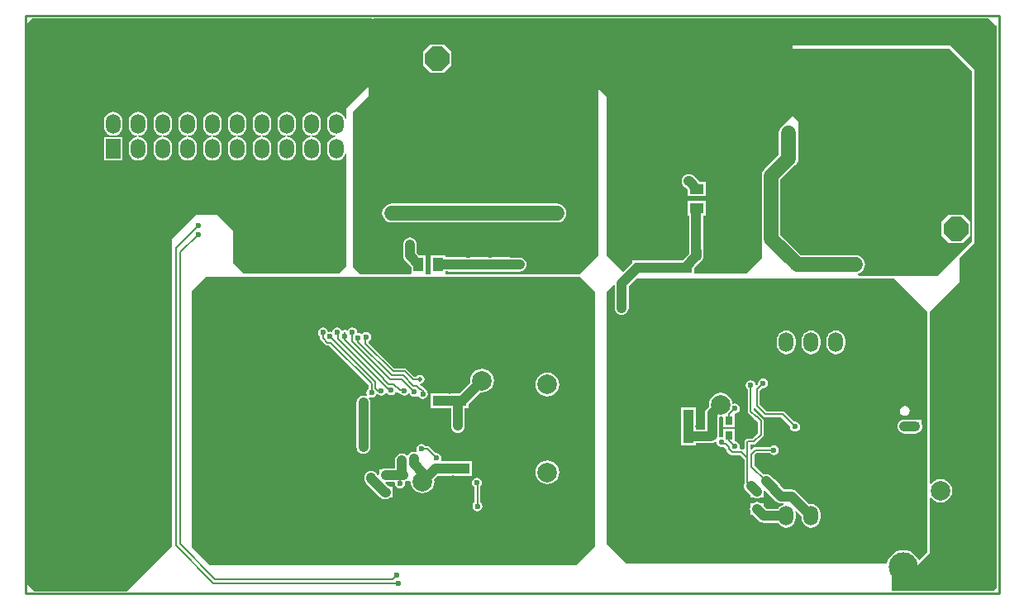
<source format=gbl>
%FSLAX25Y25*%
%MOIN*%
G70*
G01*
G75*
G04 Layer_Physical_Order=2*
G04 Layer_Color=16711680*
%ADD10R,0.10000X0.06496*%
%ADD11R,0.06299X0.11811*%
G04:AMPARAMS|DCode=12|XSize=118.11mil|YSize=62.99mil|CornerRadius=15.75mil|HoleSize=0mil|Usage=FLASHONLY|Rotation=270.000|XOffset=0mil|YOffset=0mil|HoleType=Round|Shape=RoundedRectangle|*
%AMROUNDEDRECTD12*
21,1,0.11811,0.03150,0,0,270.0*
21,1,0.08661,0.06299,0,0,270.0*
1,1,0.03150,-0.01575,-0.04331*
1,1,0.03150,-0.01575,0.04331*
1,1,0.03150,0.01575,0.04331*
1,1,0.03150,0.01575,-0.04331*
%
%ADD12ROUNDEDRECTD12*%
%ADD13R,0.11811X0.06299*%
G04:AMPARAMS|DCode=14|XSize=118.11mil|YSize=62.99mil|CornerRadius=15.75mil|HoleSize=0mil|Usage=FLASHONLY|Rotation=0.000|XOffset=0mil|YOffset=0mil|HoleType=Round|Shape=RoundedRectangle|*
%AMROUNDEDRECTD14*
21,1,0.11811,0.03150,0,0,0.0*
21,1,0.08661,0.06299,0,0,0.0*
1,1,0.03150,0.04331,-0.01575*
1,1,0.03150,-0.04331,-0.01575*
1,1,0.03150,-0.04331,0.01575*
1,1,0.03150,0.04331,0.01575*
%
%ADD14ROUNDEDRECTD14*%
%ADD15R,0.05709X0.04331*%
%ADD16R,0.04331X0.05709*%
%ADD17R,0.23622X0.31496*%
%ADD18R,0.14173X0.04331*%
%ADD19R,0.31496X0.23622*%
%ADD20R,0.04331X0.14173*%
%ADD21R,0.02953X0.03740*%
%ADD22R,0.03740X0.02953*%
%ADD23R,0.12598X0.12598*%
%ADD24O,0.00984X0.03740*%
%ADD25O,0.03740X0.00984*%
%ADD26R,0.05906X0.05906*%
%ADD27O,0.03543X0.00984*%
%ADD28O,0.00984X0.03543*%
%ADD29R,0.20000X0.10500*%
%ADD30R,0.20000X0.07000*%
%ADD31C,0.00787*%
%ADD32C,0.03937*%
%ADD33C,0.05906*%
%ADD34C,0.01000*%
%ADD35O,0.05906X0.07874*%
%ADD36R,0.05906X0.07874*%
%ADD37O,0.05906X0.07874*%
%ADD38C,0.07874*%
%ADD39P,0.10653X8X292.5*%
%ADD40P,0.10653X8X202.5*%
%ADD41C,0.02362*%
%ADD42C,0.11811*%
%ADD43C,0.02500*%
%ADD44C,0.02598*%
%ADD45C,0.02000*%
%ADD46C,0.02300*%
G36*
X1175500Y485900D02*
Y389200D01*
X1172266Y385966D01*
X1171772Y386039D01*
X1171342Y386843D01*
X1170504Y387864D01*
X1169483Y388702D01*
X1168318Y389325D01*
X1167054Y389708D01*
X1165739Y389838D01*
X1164425Y389708D01*
X1163161Y389325D01*
X1161996Y388702D01*
X1160975Y387864D01*
X1160137Y386843D01*
X1159514Y385679D01*
X1159131Y384415D01*
X1159129Y384400D01*
X1053900D01*
X1045900Y392400D01*
Y493900D01*
X1048846Y496846D01*
X1049308Y496654D01*
Y487600D01*
X1049403Y486877D01*
X1049682Y486204D01*
X1050126Y485626D01*
X1050704Y485182D01*
X1051377Y484903D01*
X1052100Y484808D01*
X1052823Y484903D01*
X1053496Y485182D01*
X1054074Y485626D01*
X1054518Y486204D01*
X1054797Y486877D01*
X1054892Y487600D01*
Y496443D01*
X1057949Y499500D01*
X1161900D01*
X1175500Y485900D01*
D02*
G37*
G36*
X1041500Y494000D02*
Y391500D01*
X1033900Y383900D01*
X885800D01*
X878700Y391000D01*
Y494300D01*
X884400Y500000D01*
X1035500D01*
X1041500Y494000D01*
D02*
G37*
G36*
X1203100Y601500D02*
X1203200Y601400D01*
Y597600D01*
Y374900D01*
X1201900Y373600D01*
X1201700Y373400D01*
X1161400D01*
X1161200Y373600D01*
X1161000Y373800D01*
Y383300D01*
X1171100D01*
X1175845Y388045D01*
X1176400Y388600D01*
Y410853D01*
X1176873Y411014D01*
X1177322Y410430D01*
X1178311Y409671D01*
X1179463Y409194D01*
X1180700Y409031D01*
X1181937Y409194D01*
X1183089Y409671D01*
X1184079Y410430D01*
X1184838Y411420D01*
X1185315Y412572D01*
X1185478Y413809D01*
X1185315Y415045D01*
X1184838Y416198D01*
X1184079Y417187D01*
X1183089Y417946D01*
X1181937Y418424D01*
X1180700Y418586D01*
X1179463Y418424D01*
X1178311Y417946D01*
X1177322Y417187D01*
X1176873Y416603D01*
X1176400Y416764D01*
Y454900D01*
Y485900D01*
X1188500Y498000D01*
Y507700D01*
X1193900Y513100D01*
X1194500Y513700D01*
Y529300D01*
Y583900D01*
X1184800Y593600D01*
X1121100D01*
Y592000D01*
X1184500D01*
X1193300Y583200D01*
Y514300D01*
X1179500Y500500D01*
X1147900D01*
X1147347Y501053D01*
X1147480Y501444D01*
X1148393Y501822D01*
X1149177Y502423D01*
X1149778Y503207D01*
X1150156Y504120D01*
X1150285Y505100D01*
X1150156Y506080D01*
X1149778Y506993D01*
X1149177Y507776D01*
X1148393Y508378D01*
X1147480Y508756D01*
X1146500Y508885D01*
X1124405D01*
X1116185Y517105D01*
Y539332D01*
X1121976Y545123D01*
X1121976Y545123D01*
X1121976Y545123D01*
X1122578Y545907D01*
X1122628Y546028D01*
X1123400Y546800D01*
Y562800D01*
X1121100Y565100D01*
X1117528Y561528D01*
X1117407Y561478D01*
X1116623Y560877D01*
X1116022Y560093D01*
X1115972Y559972D01*
X1115900Y559900D01*
Y559798D01*
X1115644Y559180D01*
X1115515Y558200D01*
Y549368D01*
X1109723Y543576D01*
X1109122Y542793D01*
X1108855Y542147D01*
X1108744Y541880D01*
X1108615Y540900D01*
Y515537D01*
X1108744Y514557D01*
X1108800Y514422D01*
Y507800D01*
X1102400Y501400D01*
X1081454D01*
Y503642D01*
X1084156Y506344D01*
X1084208Y506411D01*
X1084274Y506462D01*
X1084718Y507041D01*
X1084997Y507714D01*
X1085092Y508437D01*
Y510458D01*
X1085092Y510458D01*
X1085092Y510458D01*
Y510458D01*
X1085092D01*
X1085092Y510458D01*
X1084997Y511181D01*
X1084974Y511237D01*
Y524798D01*
X1085954D01*
Y530728D01*
X1078646D01*
Y524798D01*
X1079389D01*
Y510577D01*
Y509475D01*
X1076816Y506902D01*
X1074146D01*
Y506729D01*
X1072504D01*
Y506902D01*
X1065196D01*
Y506729D01*
X1063554D01*
Y506902D01*
X1056246D01*
Y505695D01*
X1052575Y502025D01*
X1045900Y508700D01*
Y572800D01*
X1042800Y575900D01*
Y508800D01*
X1035200Y501200D01*
X981002D01*
Y501200D01*
Y501546D01*
X981002Y501554D01*
X981002Y501554D01*
X981002D01*
Y502408D01*
X982096D01*
Y502072D01*
X989404D01*
Y502245D01*
X990971D01*
Y502072D01*
X998279D01*
Y502245D01*
X999846D01*
Y502072D01*
X1007154D01*
Y502245D01*
X1010863D01*
X1011586Y502340D01*
X1012259Y502619D01*
X1012838Y503062D01*
X1013281Y503641D01*
X1013560Y504314D01*
X1013655Y505037D01*
X1013560Y505760D01*
X1013281Y506433D01*
X1012838Y507012D01*
X1012259Y507455D01*
X1011586Y507734D01*
X1010863Y507829D01*
X1007154D01*
Y508002D01*
X999846D01*
Y507829D01*
X998279D01*
Y508002D01*
X990971D01*
Y507829D01*
X989404D01*
Y508002D01*
X982096D01*
Y507992D01*
X981002D01*
Y508854D01*
X975072D01*
Y501554D01*
X975072Y501554D01*
X975072D01*
X975072Y501546D01*
X974726Y501200D01*
X973128D01*
Y501200D01*
Y501546D01*
X973128Y501554D01*
X973128Y501554D01*
X973128D01*
Y508854D01*
X970458D01*
X969492Y509820D01*
Y513200D01*
X969397Y513923D01*
X969118Y514596D01*
X968674Y515174D01*
X968096Y515618D01*
X967423Y515897D01*
X966700Y515992D01*
X965977Y515897D01*
X965304Y515618D01*
X964725Y515174D01*
X964282Y514596D01*
X964003Y513923D01*
X963908Y513200D01*
Y508663D01*
X964003Y507940D01*
X964282Y507267D01*
X964725Y506688D01*
X967198Y504216D01*
Y501554D01*
X967198Y501554D01*
X967198D01*
X967198Y501546D01*
X966852Y501200D01*
X946600D01*
X943600Y504200D01*
Y566900D01*
X949900Y573200D01*
Y577000D01*
X941100Y568200D01*
Y564074D01*
X940610Y563976D01*
X940278Y564777D01*
X939676Y565561D01*
X938893Y566162D01*
X937980Y566540D01*
X937000Y566669D01*
X936020Y566540D01*
X935107Y566162D01*
X934324Y565561D01*
X933722Y564777D01*
X933344Y563864D01*
X933215Y562884D01*
Y560916D01*
X933344Y559936D01*
X933722Y559023D01*
X934324Y558239D01*
X935107Y557638D01*
X936020Y557260D01*
X936853Y557150D01*
Y556650D01*
X936020Y556540D01*
X935107Y556162D01*
X934324Y555561D01*
X933722Y554777D01*
X933344Y553864D01*
X933215Y552884D01*
Y550916D01*
X933344Y549936D01*
X933722Y549023D01*
X934324Y548239D01*
X935107Y547638D01*
X936020Y547260D01*
X937000Y547131D01*
X937980Y547260D01*
X938893Y547638D01*
X939676Y548239D01*
X940278Y549023D01*
X940610Y549824D01*
X941100Y549726D01*
Y504400D01*
X938100Y501400D01*
X899500D01*
X895200Y505700D01*
Y518900D01*
X889100Y525000D01*
X880200D01*
X870700Y515500D01*
Y391400D01*
X852400Y373100D01*
X815300D01*
X812400Y376000D01*
X812300Y602500D01*
X814200Y604400D01*
X951347D01*
X951538Y603938D01*
X952000Y604400D01*
X1051600D01*
X1051800Y604600D01*
X1200000D01*
X1203100Y601500D01*
D02*
G37*
%LPC*%
G36*
X1118500Y478469D02*
X1117520Y478340D01*
X1116607Y477962D01*
X1115823Y477361D01*
X1115222Y476577D01*
X1114844Y475664D01*
X1114715Y474684D01*
Y472716D01*
X1114844Y471736D01*
X1115222Y470823D01*
X1115823Y470039D01*
X1116607Y469438D01*
X1117520Y469060D01*
X1118500Y468931D01*
X1119480Y469060D01*
X1120393Y469438D01*
X1121177Y470039D01*
X1121778Y470823D01*
X1122156Y471736D01*
X1122285Y472716D01*
Y474684D01*
X1122156Y475664D01*
X1121778Y476577D01*
X1121177Y477361D01*
X1120393Y477962D01*
X1119480Y478340D01*
X1118500Y478469D01*
D02*
G37*
G36*
X1109100Y459220D02*
X1108327Y459066D01*
X1107672Y458628D01*
X1107234Y457973D01*
X1107080Y457200D01*
X1107130Y456951D01*
X1106571Y456392D01*
X1106093Y456537D01*
X1105966Y457173D01*
X1105528Y457828D01*
X1104873Y458266D01*
X1104100Y458420D01*
X1103327Y458266D01*
X1102672Y457828D01*
X1102234Y457173D01*
X1102080Y456400D01*
X1102234Y455627D01*
X1102672Y454972D01*
X1102883Y454831D01*
Y445900D01*
X1102883Y445900D01*
X1102883D01*
X1102976Y445434D01*
X1103239Y445039D01*
X1105490Y442789D01*
X1105727Y442631D01*
X1105885Y442525D01*
X1105981Y442506D01*
X1106983Y441504D01*
Y437104D01*
X1104763Y434884D01*
X1103022D01*
X1102556Y434791D01*
X1102161Y434527D01*
X1101952Y434318D01*
X1101688Y433923D01*
X1101595Y433457D01*
Y430651D01*
X1101155Y430415D01*
X1100953Y430550D01*
X1100487Y430642D01*
X1099884D01*
X1099566Y431029D01*
X1099720Y431800D01*
X1099566Y432573D01*
X1099128Y433228D01*
X1098473Y433666D01*
X1097721Y433816D01*
Y438870D01*
X1093169D01*
Y435690D01*
X1092782Y435372D01*
X1092200Y435488D01*
X1091649Y435379D01*
X1091284Y435720D01*
X1091348Y436200D01*
X1091348Y436200D01*
Y442100D01*
Y443529D01*
X1091723Y443858D01*
X1092000Y443822D01*
X1092793Y443926D01*
X1093169Y443597D01*
Y439430D01*
X1097721D01*
Y444770D01*
X1097721Y444770D01*
D01*
X1098473Y445134D01*
X1098473D01*
X1098473Y445134D01*
X1099128Y445572D01*
X1099566Y446227D01*
X1099720Y447000D01*
X1099566Y447773D01*
X1099128Y448428D01*
X1098473Y448866D01*
X1097700Y449020D01*
X1097106Y448902D01*
X1096700Y449193D01*
X1096615Y449837D01*
X1096138Y450989D01*
X1095378Y451978D01*
X1094389Y452738D01*
X1093237Y453215D01*
X1092000Y453378D01*
X1090763Y453215D01*
X1089611Y452738D01*
X1088622Y451978D01*
X1087862Y450989D01*
X1087385Y449837D01*
X1087222Y448600D01*
X1087319Y447868D01*
X1086581Y447130D01*
X1086137Y446551D01*
X1085858Y445878D01*
X1085763Y445155D01*
Y442100D01*
Y438592D01*
X1081902D01*
Y439454D01*
X1081729D01*
Y440146D01*
X1081902D01*
Y447454D01*
X1075972D01*
Y440146D01*
X1076145D01*
Y439454D01*
X1075972D01*
Y432146D01*
X1081902D01*
Y433008D01*
X1088155D01*
X1088878Y433103D01*
X1089551Y433382D01*
X1089744Y433530D01*
X1090187D01*
X1090212Y433500D01*
X1090363Y432739D01*
X1090794Y432094D01*
X1091439Y431663D01*
X1092200Y431512D01*
X1092608Y431593D01*
X1092634Y431576D01*
X1093100Y431483D01*
X1093468D01*
X1094108Y430843D01*
Y430816D01*
X1094201Y430351D01*
X1094465Y429956D01*
X1095856Y428565D01*
X1096251Y428301D01*
X1096716Y428208D01*
X1099983D01*
X1101595Y426596D01*
Y417232D01*
X1101655Y416934D01*
X1101503Y416568D01*
X1101408Y415845D01*
X1101503Y415122D01*
X1101782Y414449D01*
X1102225Y413870D01*
X1103930Y412166D01*
Y411168D01*
X1105019D01*
X1105204Y411026D01*
X1105877Y410748D01*
X1106600Y410652D01*
X1107323Y410748D01*
X1107996Y411026D01*
X1108181Y411168D01*
X1109270D01*
Y412656D01*
X1109297Y412722D01*
X1109392Y413445D01*
X1109310Y414072D01*
X1109758Y414293D01*
X1114425Y409625D01*
X1115004Y409182D01*
X1115677Y408903D01*
X1116400Y408808D01*
X1117367D01*
X1117464Y408317D01*
X1116607Y407962D01*
X1115823Y407361D01*
X1115222Y406577D01*
X1115187Y406492D01*
X1110612D01*
X1109270Y407834D01*
Y408832D01*
X1108181D01*
X1107996Y408974D01*
X1107323Y409252D01*
X1106600Y409348D01*
X1105877Y409252D01*
X1105204Y408974D01*
X1105019Y408832D01*
X1103930D01*
Y407343D01*
X1103903Y407278D01*
X1103808Y406555D01*
X1103903Y405832D01*
X1103930Y405767D01*
Y404279D01*
X1104927D01*
X1107481Y401725D01*
X1108059Y401282D01*
X1108733Y401003D01*
X1109455Y400908D01*
X1115187D01*
X1115222Y400823D01*
X1115823Y400039D01*
X1116607Y399438D01*
X1117520Y399060D01*
X1118500Y398931D01*
X1119480Y399060D01*
X1120393Y399438D01*
X1121177Y400039D01*
X1121778Y400823D01*
X1122156Y401736D01*
X1122285Y402716D01*
Y404684D01*
X1122192Y405389D01*
X1122641Y405610D01*
X1124715Y403536D01*
Y402716D01*
X1124844Y401736D01*
X1125222Y400823D01*
X1125823Y400039D01*
X1126607Y399438D01*
X1127520Y399060D01*
X1128500Y398931D01*
X1129480Y399060D01*
X1130393Y399438D01*
X1131176Y400039D01*
X1131778Y400823D01*
X1132156Y401736D01*
X1132285Y402716D01*
Y404684D01*
X1132156Y405664D01*
X1131778Y406577D01*
X1131176Y407361D01*
X1130393Y407962D01*
X1129480Y408340D01*
X1128500Y408469D01*
X1127775Y408374D01*
X1122575Y413575D01*
X1121996Y414018D01*
X1121323Y414297D01*
X1120600Y414392D01*
X1117557D01*
X1116067Y415882D01*
X1115982Y416311D01*
X1115718Y416705D01*
X1114330Y418093D01*
X1113935Y418357D01*
X1113507Y418442D01*
X1112274Y419674D01*
X1111696Y420118D01*
X1111023Y420397D01*
X1110300Y420492D01*
X1109577Y420397D01*
X1109398Y420323D01*
X1105617Y424104D01*
Y428096D01*
X1106504Y428983D01*
X1111931D01*
X1112072Y428772D01*
X1112727Y428334D01*
X1113500Y428180D01*
X1114273Y428334D01*
X1114928Y428772D01*
X1115366Y429427D01*
X1115520Y430200D01*
X1115366Y430973D01*
X1114928Y431628D01*
X1114273Y432066D01*
X1113500Y432220D01*
X1112727Y432066D01*
X1112072Y431628D01*
X1111931Y431417D01*
X1106000D01*
X1105534Y431324D01*
X1105139Y431061D01*
X1104492Y430413D01*
X1104030Y430604D01*
Y432450D01*
X1105267D01*
X1105733Y432542D01*
X1106127Y432806D01*
X1109061Y435739D01*
X1109324Y436134D01*
X1109417Y436600D01*
Y442008D01*
X1109324Y442474D01*
X1109061Y442869D01*
X1107419Y444510D01*
X1107024Y444774D01*
X1106928Y444793D01*
X1105317Y446404D01*
Y447057D01*
X1105519Y447192D01*
X1105779Y447300D01*
X1109239Y443839D01*
X1109634Y443576D01*
X1110100Y443483D01*
X1116496D01*
X1120030Y439949D01*
X1119980Y439700D01*
X1120134Y438927D01*
X1120572Y438272D01*
X1121227Y437834D01*
X1122000Y437680D01*
X1122773Y437834D01*
X1123428Y438272D01*
X1123866Y438927D01*
X1124020Y439700D01*
X1123866Y440473D01*
X1123428Y441128D01*
X1122773Y441566D01*
X1122000Y441720D01*
X1121751Y441670D01*
X1117861Y445561D01*
X1117466Y445824D01*
X1117000Y445917D01*
X1110604D01*
X1107817Y448704D01*
Y454196D01*
X1108851Y455230D01*
X1109100Y455180D01*
X1109873Y455334D01*
X1110528Y455772D01*
X1110966Y456427D01*
X1111120Y457200D01*
X1110966Y457973D01*
X1110528Y458628D01*
X1109873Y459066D01*
X1109100Y459220D01*
D02*
G37*
G36*
X1128500Y478469D02*
X1127520Y478340D01*
X1126607Y477962D01*
X1125823Y477361D01*
X1125222Y476577D01*
X1124844Y475664D01*
X1124715Y474684D01*
Y472716D01*
X1124844Y471736D01*
X1125222Y470823D01*
X1125823Y470039D01*
X1126607Y469438D01*
X1127520Y469060D01*
X1128500Y468931D01*
X1129480Y469060D01*
X1130393Y469438D01*
X1131176Y470039D01*
X1131778Y470823D01*
X1132156Y471736D01*
X1132285Y472716D01*
Y474684D01*
X1132156Y475664D01*
X1131778Y476577D01*
X1131176Y477361D01*
X1130393Y477962D01*
X1129480Y478340D01*
X1128500Y478469D01*
D02*
G37*
G36*
X943447Y479720D02*
X942674Y479566D01*
X942019Y479128D01*
X941869Y478904D01*
X941355Y478561D01*
X940960Y478824D01*
X940495Y478917D01*
X940029Y478824D01*
X939634Y478561D01*
X939597Y478524D01*
X939100Y478573D01*
X938728Y479128D01*
X938073Y479566D01*
X937300Y479720D01*
X936527Y479566D01*
X935872Y479128D01*
X935434Y478473D01*
X935381Y478205D01*
X934965Y477927D01*
X934500Y478020D01*
X933974Y477915D01*
X933558Y478193D01*
X933502Y478473D01*
X933064Y479128D01*
X932409Y479566D01*
X931636Y479720D01*
X930863Y479566D01*
X930208Y479128D01*
X929770Y478473D01*
X929616Y477700D01*
X929770Y476927D01*
X930208Y476272D01*
X930419Y476131D01*
Y475505D01*
X930419Y475505D01*
X930419D01*
X930512Y475039D01*
X930776Y474645D01*
X932656Y472765D01*
X933051Y472501D01*
X933516Y472408D01*
X934071D01*
X949983Y456496D01*
Y454969D01*
X949772Y454828D01*
X949334Y454173D01*
X949180Y453400D01*
X949334Y452627D01*
X949525Y452342D01*
X949207Y451955D01*
X948623Y452197D01*
X947900Y452292D01*
X947177Y452197D01*
X946504Y451918D01*
X945926Y451475D01*
X945482Y450896D01*
X945203Y450223D01*
X945108Y449500D01*
Y431600D01*
X945203Y430877D01*
X945482Y430204D01*
X945926Y429626D01*
X946504Y429182D01*
X947177Y428903D01*
X947900Y428808D01*
X948623Y428903D01*
X949296Y429182D01*
X949874Y429626D01*
X950318Y430204D01*
X950597Y430877D01*
X950692Y431600D01*
Y449500D01*
X950597Y450223D01*
X950318Y450896D01*
X950149Y451117D01*
X950427Y451534D01*
X951200Y451380D01*
X951973Y451534D01*
X952628Y451972D01*
X953066Y452627D01*
X953115Y452873D01*
X953605Y452971D01*
X953672Y452872D01*
X954327Y452434D01*
X955100Y452280D01*
X955873Y452434D01*
X956528Y452872D01*
X956917Y453453D01*
X957337D01*
X957429Y453435D01*
X957672Y453072D01*
X958327Y452634D01*
X959100Y452480D01*
X959873Y452634D01*
X960528Y453072D01*
X960965Y453725D01*
X961463Y453774D01*
X961698Y453539D01*
X961935Y453381D01*
X962093Y453276D01*
X962558Y453183D01*
X962797D01*
X963072Y452772D01*
X963727Y452334D01*
X964500Y452180D01*
X965273Y452334D01*
X965928Y452772D01*
X966133Y453078D01*
X966623Y452980D01*
X966634Y452927D01*
X967072Y452272D01*
X967727Y451834D01*
X968500Y451680D01*
X969273Y451834D01*
X969575Y452036D01*
X970034Y452127D01*
X970472Y451472D01*
X971127Y451034D01*
X971900Y450880D01*
X972673Y451034D01*
X973328Y451472D01*
X973766Y452127D01*
X973920Y452900D01*
X973766Y453673D01*
X973328Y454328D01*
X973200Y454414D01*
X973061Y454623D01*
X971910Y455773D01*
X971515Y456037D01*
X971309Y456078D01*
X970671Y456717D01*
X970700Y456865D01*
X971402Y457004D01*
X971998Y457402D01*
X972396Y457998D01*
X972535Y458700D01*
X972396Y459402D01*
X971998Y459998D01*
X971402Y460396D01*
X970700Y460535D01*
X969998Y460396D01*
X969402Y459998D01*
X969348Y459917D01*
X968456D01*
X965494Y462880D01*
X965099Y463143D01*
X964633Y463236D01*
X960472D01*
X950064Y473644D01*
Y474229D01*
X950428Y474472D01*
X950866Y475127D01*
X951020Y475900D01*
X950866Y476673D01*
X950428Y477328D01*
X949773Y477766D01*
X949000Y477920D01*
X948227Y477766D01*
X947572Y477328D01*
X947544Y477286D01*
X947053Y477189D01*
X946611Y477485D01*
X945838Y477638D01*
X945580Y477587D01*
X945467Y477700D01*
X945313Y478473D01*
X944876Y479128D01*
X944220Y479566D01*
X943447Y479720D01*
D02*
G37*
G36*
X1138500Y478469D02*
X1137520Y478340D01*
X1136607Y477962D01*
X1135824Y477361D01*
X1135222Y476577D01*
X1134844Y475664D01*
X1134715Y474684D01*
Y472716D01*
X1134844Y471736D01*
X1135222Y470823D01*
X1135824Y470039D01*
X1136607Y469438D01*
X1137520Y469060D01*
X1138500Y468931D01*
X1139480Y469060D01*
X1140393Y469438D01*
X1141177Y470039D01*
X1141778Y470823D01*
X1142156Y471736D01*
X1142285Y472716D01*
Y474684D01*
X1142156Y475664D01*
X1141778Y476577D01*
X1141177Y477361D01*
X1140393Y477962D01*
X1139480Y478340D01*
X1138500Y478469D01*
D02*
G37*
G36*
X995800Y463078D02*
X994563Y462915D01*
X993411Y462438D01*
X992422Y461679D01*
X991662Y460689D01*
X991185Y459537D01*
X991022Y458300D01*
X991142Y457393D01*
X986777Y453028D01*
X983046D01*
Y452855D01*
X982354D01*
Y453028D01*
X975046D01*
Y447098D01*
X982354D01*
Y447271D01*
X983046D01*
Y447098D01*
X983208D01*
Y440000D01*
X983303Y439277D01*
X983582Y438604D01*
X984025Y438026D01*
X984604Y437582D01*
X985277Y437303D01*
X986000Y437208D01*
X986723Y437303D01*
X987396Y437582D01*
X987974Y438026D01*
X988418Y438604D01*
X988697Y439277D01*
X988792Y440000D01*
Y447098D01*
X990354D01*
Y448707D01*
X995243Y453595D01*
X995800Y453522D01*
X997037Y453685D01*
X998189Y454162D01*
X999179Y454921D01*
X999938Y455911D01*
X1000415Y457063D01*
X1000578Y458300D01*
X1000415Y459537D01*
X999938Y460689D01*
X999179Y461679D01*
X998189Y462438D01*
X997037Y462915D01*
X995800Y463078D01*
D02*
G37*
G36*
X971300Y432720D02*
X970527Y432566D01*
X969872Y432128D01*
X969434Y431473D01*
X969280Y430700D01*
X969434Y429927D01*
X969516Y429805D01*
X969199Y429418D01*
X968932Y429528D01*
X968209Y429624D01*
X967487Y429528D01*
X966813Y429249D01*
X966235Y428806D01*
X965791Y428227D01*
X965786Y428215D01*
X965303Y428085D01*
X964869Y428418D01*
X964195Y428697D01*
X963472Y428792D01*
X962750Y428697D01*
X962076Y428418D01*
X961498Y427975D01*
X961054Y427396D01*
X960775Y426723D01*
X960680Y426000D01*
Y422937D01*
X956900D01*
X956177Y422842D01*
X955504Y422563D01*
X955319Y422421D01*
X954230D01*
Y420933D01*
X954203Y420868D01*
X954121Y420246D01*
X953647Y420085D01*
X953586Y420146D01*
X953418Y420551D01*
X952975Y421130D01*
X952396Y421573D01*
X951723Y421852D01*
X951000Y421947D01*
X950277Y421852D01*
X949604Y421573D01*
X949026Y421130D01*
X948582Y420551D01*
X948303Y419878D01*
X948208Y419155D01*
Y418783D01*
X948303Y418060D01*
X948582Y417387D01*
X949026Y416809D01*
X954230Y411604D01*
Y410979D01*
X954947D01*
X955132Y410837D01*
X955805Y410558D01*
X956528Y410463D01*
X956900D01*
X957623Y410558D01*
X958296Y410837D01*
X958481Y410979D01*
X959570D01*
Y412467D01*
X959597Y412532D01*
X959692Y413255D01*
X959597Y413978D01*
X959570Y414043D01*
Y415531D01*
X958481D01*
X958296Y415673D01*
X957891Y415841D01*
X956728Y417004D01*
X956900Y417352D01*
X960396D01*
X960713Y416966D01*
X960680Y416800D01*
X960834Y416027D01*
X961272Y415372D01*
X961927Y414934D01*
X962700Y414780D01*
X963473Y414934D01*
X964128Y415372D01*
X964566Y416027D01*
X964720Y416800D01*
X964598Y417413D01*
X964623Y417448D01*
X965296Y417727D01*
X965481Y417869D01*
X966562D01*
Y417869D01*
X966570D01*
Y417869D01*
X966844Y417833D01*
X967022Y417600D01*
D01*
D01*
D01*
X967185Y416363D01*
X967662Y415211D01*
X968421Y414221D01*
X969411Y413462D01*
X970563Y412985D01*
X971800Y412822D01*
X973037Y412985D01*
X974189Y413462D01*
X975179Y414221D01*
X975938Y415211D01*
X976415Y416363D01*
X976578Y417600D01*
X976482Y418332D01*
X978058Y419909D01*
X983654D01*
Y420082D01*
X984346D01*
Y419909D01*
X991654D01*
Y425839D01*
X984346D01*
Y425666D01*
X983654D01*
Y425839D01*
X979471D01*
X979253Y426248D01*
X979407Y427020D01*
X979253Y427793D01*
X978815Y428449D01*
X978160Y428887D01*
X977387Y429040D01*
X977137Y428991D01*
X974568Y431561D01*
X974173Y431824D01*
X973707Y431917D01*
X972869D01*
X972728Y432128D01*
X972073Y432566D01*
X971300Y432720D01*
D02*
G37*
G36*
X1022100Y426078D02*
X1020863Y425915D01*
X1019711Y425438D01*
X1018721Y424679D01*
X1017962Y423689D01*
X1017485Y422537D01*
X1017322Y421300D01*
X1017485Y420063D01*
X1017962Y418911D01*
X1018721Y417921D01*
X1019711Y417162D01*
X1020863Y416685D01*
X1022100Y416522D01*
X1023337Y416685D01*
X1024489Y417162D01*
X1025478Y417921D01*
X1026238Y418911D01*
X1026715Y420063D01*
X1026878Y421300D01*
X1026715Y422537D01*
X1026238Y423689D01*
X1025478Y424679D01*
X1024489Y425438D01*
X1023337Y425915D01*
X1022100Y426078D01*
D02*
G37*
G36*
X993700Y419120D02*
X992927Y418966D01*
X992272Y418528D01*
X991834Y417873D01*
X991680Y417100D01*
X991834Y416327D01*
X992272Y415672D01*
X992683Y415397D01*
Y409169D01*
X992472Y409028D01*
X992034Y408373D01*
X991880Y407600D01*
X992034Y406827D01*
X992472Y406172D01*
X993127Y405734D01*
X993900Y405580D01*
X994673Y405734D01*
X995328Y406172D01*
X995766Y406827D01*
X995920Y407600D01*
X995766Y408373D01*
X995328Y409028D01*
X995117Y409169D01*
Y415664D01*
X995128Y415672D01*
X995566Y416327D01*
X995720Y417100D01*
X995566Y417873D01*
X995128Y418528D01*
X994473Y418966D01*
X993700Y419120D01*
D02*
G37*
G36*
X1022100Y461478D02*
X1020863Y461315D01*
X1019711Y460838D01*
X1018721Y460078D01*
X1017962Y459089D01*
X1017485Y457937D01*
X1017322Y456700D01*
X1017485Y455463D01*
X1017962Y454311D01*
X1018721Y453322D01*
X1019711Y452562D01*
X1020863Y452085D01*
X1022100Y451922D01*
X1023337Y452085D01*
X1024489Y452562D01*
X1025478Y453322D01*
X1026238Y454311D01*
X1026715Y455463D01*
X1026878Y456700D01*
X1026715Y457937D01*
X1026238Y459089D01*
X1025478Y460078D01*
X1024489Y460838D01*
X1023337Y461315D01*
X1022100Y461478D01*
D02*
G37*
G36*
X1166300Y447988D02*
X1165539Y447837D01*
X1164894Y447406D01*
X1164463Y446761D01*
X1164312Y446000D01*
X1164463Y445239D01*
X1164894Y444594D01*
X1165539Y444163D01*
X1166300Y444012D01*
X1167061Y444163D01*
X1167706Y444594D01*
X1168137Y445239D01*
X1168288Y446000D01*
X1168137Y446761D01*
X1167706Y447406D01*
X1167061Y447837D01*
X1166300Y447988D01*
D02*
G37*
G36*
X1170500Y442548D02*
X1166055D01*
X1165333Y442452D01*
X1164659Y442173D01*
X1164081Y441730D01*
X1163637Y441151D01*
X1163358Y440478D01*
X1163263Y439755D01*
X1163358Y439033D01*
X1163637Y438359D01*
X1164081Y437781D01*
X1164659Y437337D01*
X1165333Y437058D01*
X1166055Y436963D01*
X1170500D01*
X1171223Y437058D01*
X1171896Y437337D01*
X1172474Y437781D01*
X1172626Y437979D01*
X1173170D01*
Y438967D01*
X1173197Y439033D01*
X1173292Y439755D01*
X1173197Y440478D01*
X1173170Y440544D01*
Y442531D01*
X1170622D01*
X1170500Y442548D01*
D02*
G37*
G36*
X917000Y566669D02*
X916020Y566540D01*
X915107Y566162D01*
X914324Y565561D01*
X913722Y564777D01*
X913344Y563864D01*
X913215Y562884D01*
Y560916D01*
X913344Y559936D01*
X913722Y559023D01*
X914324Y558239D01*
X915107Y557638D01*
X916020Y557260D01*
X916853Y557150D01*
Y556650D01*
X916020Y556540D01*
X915107Y556162D01*
X914324Y555561D01*
X913722Y554777D01*
X913344Y553864D01*
X913215Y552884D01*
Y550916D01*
X913344Y549936D01*
X913722Y549023D01*
X914324Y548239D01*
X915107Y547638D01*
X916020Y547260D01*
X917000Y547131D01*
X917980Y547260D01*
X918893Y547638D01*
X919676Y548239D01*
X920278Y549023D01*
X920656Y549936D01*
X920785Y550916D01*
Y552884D01*
X920656Y553864D01*
X920278Y554777D01*
X919676Y555561D01*
X918893Y556162D01*
X917980Y556540D01*
X917147Y556650D01*
Y557150D01*
X917980Y557260D01*
X918893Y557638D01*
X919676Y558239D01*
X920278Y559023D01*
X920656Y559936D01*
X920785Y560916D01*
Y562884D01*
X920656Y563864D01*
X920278Y564777D01*
X919676Y565561D01*
X918893Y566162D01*
X917980Y566540D01*
X917000Y566669D01*
D02*
G37*
G36*
X907000D02*
X906020Y566540D01*
X905107Y566162D01*
X904323Y565561D01*
X903722Y564777D01*
X903344Y563864D01*
X903215Y562884D01*
Y560916D01*
X903344Y559936D01*
X903722Y559023D01*
X904323Y558239D01*
X905107Y557638D01*
X906020Y557260D01*
X906853Y557150D01*
Y556650D01*
X906020Y556540D01*
X905107Y556162D01*
X904323Y555561D01*
X903722Y554777D01*
X903344Y553864D01*
X903215Y552884D01*
Y550916D01*
X903344Y549936D01*
X903722Y549023D01*
X904323Y548239D01*
X905107Y547638D01*
X906020Y547260D01*
X907000Y547131D01*
X907980Y547260D01*
X908893Y547638D01*
X909676Y548239D01*
X910278Y549023D01*
X910656Y549936D01*
X910785Y550916D01*
Y552884D01*
X910656Y553864D01*
X910278Y554777D01*
X909676Y555561D01*
X908893Y556162D01*
X907980Y556540D01*
X907147Y556650D01*
Y557150D01*
X907980Y557260D01*
X908893Y557638D01*
X909676Y558239D01*
X910278Y559023D01*
X910656Y559936D01*
X910785Y560916D01*
Y562884D01*
X910656Y563864D01*
X910278Y564777D01*
X909676Y565561D01*
X908893Y566162D01*
X907980Y566540D01*
X907000Y566669D01*
D02*
G37*
G36*
X897000D02*
X896020Y566540D01*
X895107Y566162D01*
X894324Y565561D01*
X893722Y564777D01*
X893344Y563864D01*
X893215Y562884D01*
Y560916D01*
X893344Y559936D01*
X893722Y559023D01*
X894324Y558239D01*
X895107Y557638D01*
X896020Y557260D01*
X896853Y557150D01*
Y556650D01*
X896020Y556540D01*
X895107Y556162D01*
X894324Y555561D01*
X893722Y554777D01*
X893344Y553864D01*
X893215Y552884D01*
Y550916D01*
X893344Y549936D01*
X893722Y549023D01*
X894324Y548239D01*
X895107Y547638D01*
X896020Y547260D01*
X897000Y547131D01*
X897980Y547260D01*
X898893Y547638D01*
X899677Y548239D01*
X900278Y549023D01*
X900656Y549936D01*
X900785Y550916D01*
Y552884D01*
X900656Y553864D01*
X900278Y554777D01*
X899677Y555561D01*
X898893Y556162D01*
X897980Y556540D01*
X897147Y556650D01*
Y557150D01*
X897980Y557260D01*
X898893Y557638D01*
X899677Y558239D01*
X900278Y559023D01*
X900656Y559936D01*
X900785Y560916D01*
Y562884D01*
X900656Y563864D01*
X900278Y564777D01*
X899677Y565561D01*
X898893Y566162D01*
X897980Y566540D01*
X897000Y566669D01*
D02*
G37*
G36*
X980450Y593921D02*
X974729D01*
X971869Y591061D01*
Y585339D01*
X974729Y582479D01*
X980450D01*
X983311Y585339D01*
Y591061D01*
X980450Y593921D01*
D02*
G37*
G36*
X847000Y566669D02*
X846020Y566540D01*
X845107Y566162D01*
X844324Y565561D01*
X843722Y564777D01*
X843344Y563864D01*
X843215Y562884D01*
Y560916D01*
X843344Y559936D01*
X843722Y559023D01*
X844324Y558239D01*
X845107Y557638D01*
X846020Y557260D01*
X846959Y557136D01*
Y557136D01*
Y557136D01*
X846927Y556637D01*
X843247D01*
Y547163D01*
X850753D01*
Y556637D01*
X847073D01*
X847040Y557136D01*
X847980Y557260D01*
X848893Y557638D01*
X849677Y558239D01*
X850278Y559023D01*
X850656Y559936D01*
X850785Y560916D01*
Y562884D01*
X850656Y563864D01*
X850278Y564777D01*
X849677Y565561D01*
X848893Y566162D01*
X847980Y566540D01*
X847000Y566669D01*
D02*
G37*
G36*
X927000D02*
X926020Y566540D01*
X925107Y566162D01*
X924323Y565561D01*
X923722Y564777D01*
X923344Y563864D01*
X923215Y562884D01*
Y560916D01*
X923344Y559936D01*
X923722Y559023D01*
X924323Y558239D01*
X925107Y557638D01*
X926020Y557260D01*
X926853Y557150D01*
Y556650D01*
X926020Y556540D01*
X925107Y556162D01*
X924323Y555561D01*
X923722Y554777D01*
X923344Y553864D01*
X923215Y552884D01*
Y550916D01*
X923344Y549936D01*
X923722Y549023D01*
X924323Y548239D01*
X925107Y547638D01*
X926020Y547260D01*
X927000Y547131D01*
X927980Y547260D01*
X928893Y547638D01*
X929677Y548239D01*
X930278Y549023D01*
X930656Y549936D01*
X930785Y550916D01*
Y552884D01*
X930656Y553864D01*
X930278Y554777D01*
X929677Y555561D01*
X928893Y556162D01*
X927980Y556540D01*
X927147Y556650D01*
Y557150D01*
X927980Y557260D01*
X928893Y557638D01*
X929677Y558239D01*
X930278Y559023D01*
X930656Y559936D01*
X930785Y560916D01*
Y562884D01*
X930656Y563864D01*
X930278Y564777D01*
X929677Y565561D01*
X928893Y566162D01*
X927980Y566540D01*
X927000Y566669D01*
D02*
G37*
G36*
X887000D02*
X886020Y566540D01*
X885107Y566162D01*
X884324Y565561D01*
X883722Y564777D01*
X883344Y563864D01*
X883215Y562884D01*
Y560916D01*
X883344Y559936D01*
X883722Y559023D01*
X884324Y558239D01*
X885107Y557638D01*
X886020Y557260D01*
X886853Y557150D01*
Y556650D01*
X886020Y556540D01*
X885107Y556162D01*
X884324Y555561D01*
X883722Y554777D01*
X883344Y553864D01*
X883215Y552884D01*
Y550916D01*
X883344Y549936D01*
X883722Y549023D01*
X884324Y548239D01*
X885107Y547638D01*
X886020Y547260D01*
X887000Y547131D01*
X887980Y547260D01*
X888893Y547638D01*
X889676Y548239D01*
X890278Y549023D01*
X890656Y549936D01*
X890785Y550916D01*
Y552884D01*
X890656Y553864D01*
X890278Y554777D01*
X889676Y555561D01*
X888893Y556162D01*
X887980Y556540D01*
X887147Y556650D01*
Y557150D01*
X887980Y557260D01*
X888893Y557638D01*
X889676Y558239D01*
X890278Y559023D01*
X890656Y559936D01*
X890785Y560916D01*
Y562884D01*
X890656Y563864D01*
X890278Y564777D01*
X889676Y565561D01*
X888893Y566162D01*
X887980Y566540D01*
X887000Y566669D01*
D02*
G37*
G36*
X1079237Y541492D02*
X1079000D01*
X1078277Y541397D01*
X1077604Y541118D01*
X1077026Y540674D01*
X1076582Y540096D01*
X1076303Y539423D01*
X1076208Y538700D01*
X1076303Y537977D01*
X1076582Y537304D01*
X1077026Y536726D01*
X1077604Y536282D01*
X1077779Y536209D01*
X1078646Y535342D01*
Y532672D01*
X1085954D01*
Y538602D01*
X1083284D01*
X1081211Y540674D01*
X1080633Y541118D01*
X1079960Y541397D01*
X1079237Y541492D01*
D02*
G37*
G36*
X1026000Y529685D02*
X959300D01*
X958320Y529556D01*
X957407Y529178D01*
X956623Y528577D01*
X956022Y527793D01*
X955644Y526880D01*
X955515Y525900D01*
X955644Y524920D01*
X956022Y524007D01*
X956623Y523223D01*
X957407Y522622D01*
X958320Y522244D01*
X959300Y522115D01*
X1026000D01*
X1026980Y522244D01*
X1027893Y522622D01*
X1028677Y523223D01*
X1029278Y524007D01*
X1029656Y524920D01*
X1029785Y525900D01*
X1029656Y526880D01*
X1029278Y527793D01*
X1028677Y528577D01*
X1027893Y529178D01*
X1026980Y529556D01*
X1026000Y529685D01*
D02*
G37*
G36*
X1189761Y525232D02*
X1184039D01*
X1181179Y522371D01*
Y516650D01*
X1184039Y513789D01*
X1189761D01*
X1192621Y516650D01*
Y522371D01*
X1189761Y525232D01*
D02*
G37*
G36*
X877000Y566669D02*
X876020Y566540D01*
X875107Y566162D01*
X874323Y565561D01*
X873722Y564777D01*
X873344Y563864D01*
X873215Y562884D01*
Y560916D01*
X873344Y559936D01*
X873722Y559023D01*
X874323Y558239D01*
X875107Y557638D01*
X876020Y557260D01*
X876853Y557150D01*
Y556650D01*
X876020Y556540D01*
X875107Y556162D01*
X874323Y555561D01*
X873722Y554777D01*
X873344Y553864D01*
X873215Y552884D01*
Y550916D01*
X873344Y549936D01*
X873722Y549023D01*
X874323Y548239D01*
X875107Y547638D01*
X876020Y547260D01*
X877000Y547131D01*
X877980Y547260D01*
X878893Y547638D01*
X879677Y548239D01*
X880278Y549023D01*
X880656Y549936D01*
X880785Y550916D01*
Y552884D01*
X880656Y553864D01*
X880278Y554777D01*
X879677Y555561D01*
X878893Y556162D01*
X877980Y556540D01*
X877147Y556650D01*
Y557150D01*
X877980Y557260D01*
X878893Y557638D01*
X879677Y558239D01*
X880278Y559023D01*
X880656Y559936D01*
X880785Y560916D01*
Y562884D01*
X880656Y563864D01*
X880278Y564777D01*
X879677Y565561D01*
X878893Y566162D01*
X877980Y566540D01*
X877000Y566669D01*
D02*
G37*
G36*
X867000D02*
X866020Y566540D01*
X865107Y566162D01*
X864324Y565561D01*
X863722Y564777D01*
X863344Y563864D01*
X863215Y562884D01*
Y560916D01*
X863344Y559936D01*
X863722Y559023D01*
X864324Y558239D01*
X865107Y557638D01*
X866020Y557260D01*
X866853Y557150D01*
Y556650D01*
X866020Y556540D01*
X865107Y556162D01*
X864324Y555561D01*
X863722Y554777D01*
X863344Y553864D01*
X863215Y552884D01*
Y550916D01*
X863344Y549936D01*
X863722Y549023D01*
X864324Y548239D01*
X865107Y547638D01*
X866020Y547260D01*
X867000Y547131D01*
X867980Y547260D01*
X868893Y547638D01*
X869676Y548239D01*
X870278Y549023D01*
X870656Y549936D01*
X870785Y550916D01*
Y552884D01*
X870656Y553864D01*
X870278Y554777D01*
X869676Y555561D01*
X868893Y556162D01*
X867980Y556540D01*
X867147Y556650D01*
Y557150D01*
X867980Y557260D01*
X868893Y557638D01*
X869676Y558239D01*
X870278Y559023D01*
X870656Y559936D01*
X870785Y560916D01*
Y562884D01*
X870656Y563864D01*
X870278Y564777D01*
X869676Y565561D01*
X868893Y566162D01*
X867980Y566540D01*
X867000Y566669D01*
D02*
G37*
G36*
X857000D02*
X856020Y566540D01*
X855107Y566162D01*
X854323Y565561D01*
X853722Y564777D01*
X853344Y563864D01*
X853215Y562884D01*
Y560916D01*
X853344Y559936D01*
X853722Y559023D01*
X854323Y558239D01*
X855107Y557638D01*
X856020Y557260D01*
X856853Y557150D01*
Y556650D01*
X856020Y556540D01*
X855107Y556162D01*
X854323Y555561D01*
X853722Y554777D01*
X853344Y553864D01*
X853215Y552884D01*
Y550916D01*
X853344Y549936D01*
X853722Y549023D01*
X854323Y548239D01*
X855107Y547638D01*
X856020Y547260D01*
X857000Y547131D01*
X857980Y547260D01*
X858893Y547638D01*
X859676Y548239D01*
X860278Y549023D01*
X860656Y549936D01*
X860785Y550916D01*
Y552884D01*
X860656Y553864D01*
X860278Y554777D01*
X859676Y555561D01*
X858893Y556162D01*
X857980Y556540D01*
X857147Y556650D01*
Y557150D01*
X857980Y557260D01*
X858893Y557638D01*
X859676Y558239D01*
X860278Y559023D01*
X860656Y559936D01*
X860785Y560916D01*
Y562884D01*
X860656Y563864D01*
X860278Y564777D01*
X859676Y565561D01*
X858893Y566162D01*
X857980Y566540D01*
X857000Y566669D01*
D02*
G37*
%LPD*%
D15*
X1022300Y497563D02*
D03*
Y505437D02*
D03*
X1082300Y527763D02*
D03*
Y535637D02*
D03*
X1089100Y496250D02*
D03*
Y504124D02*
D03*
X1157500Y497463D02*
D03*
Y505337D02*
D03*
X980000Y422874D02*
D03*
Y415000D02*
D03*
X988000Y422874D02*
D03*
Y415000D02*
D03*
X978700Y450063D02*
D03*
Y457937D02*
D03*
X986700Y450063D02*
D03*
Y457937D02*
D03*
X1003500Y505037D02*
D03*
Y497163D02*
D03*
X994625Y505037D02*
D03*
Y497163D02*
D03*
X985750Y505037D02*
D03*
Y497163D02*
D03*
X1059900Y503937D02*
D03*
Y496063D02*
D03*
X1068850Y503937D02*
D03*
Y496063D02*
D03*
X1077800Y503937D02*
D03*
Y496063D02*
D03*
X1122900Y505037D02*
D03*
Y497163D02*
D03*
X1130900Y505037D02*
D03*
Y497163D02*
D03*
X1138900Y505037D02*
D03*
Y497163D02*
D03*
D16*
X978037Y505200D02*
D03*
X970163D02*
D03*
X1078937Y443800D02*
D03*
X1071063D02*
D03*
X1078937Y435800D02*
D03*
X1071063D02*
D03*
D21*
X1088555Y442100D02*
D03*
X1095445D02*
D03*
X1088555Y436200D02*
D03*
X1095445D02*
D03*
D22*
X1106600Y406555D02*
D03*
Y413445D02*
D03*
X956900Y420145D02*
D03*
Y413255D02*
D03*
X963900Y420145D02*
D03*
Y413255D02*
D03*
X1170500Y440255D02*
D03*
Y447145D02*
D03*
D29*
X823000Y416050D02*
D03*
Y388550D02*
D03*
X823016Y463850D02*
D03*
Y491350D02*
D03*
D31*
X967952Y458700D02*
X970700D01*
X964633Y462019D02*
X967952Y458700D01*
X971050Y454913D02*
X972200Y453762D01*
X970753Y454913D02*
X971050D01*
X969497Y456169D02*
X970753Y454913D01*
X969497Y456169D02*
Y456256D01*
X969497Y456256D02*
X969497Y456256D01*
X968151Y456256D02*
X969497D01*
X963976Y460431D02*
X968151Y456256D01*
X972200Y453000D02*
Y453762D01*
X971900Y452900D02*
X972100D01*
X972200Y453000D01*
X993500Y416500D02*
X993700D01*
X967862Y454300D02*
X968600D01*
X937542Y475148D02*
X955328Y457362D01*
X937542Y475148D02*
Y477700D01*
X931636Y475505D02*
X933516Y473625D01*
X934589Y475856D02*
X952787Y457657D01*
X934575Y473625D02*
X951200Y457000D01*
X933516Y473625D02*
X934575D01*
X940495Y474758D02*
X956054Y459199D01*
X943447Y474050D02*
Y477700D01*
Y474050D02*
X947649Y469849D01*
X940374Y476302D02*
Y477579D01*
X940495Y477700D01*
Y474758D02*
Y477700D01*
X945838Y473905D02*
Y475619D01*
X931636Y475505D02*
Y477700D01*
X937300D02*
X937542D01*
X964400Y420645D02*
Y426100D01*
X962700Y416800D02*
Y418945D01*
Y416600D02*
Y416800D01*
X1113470Y417232D02*
X1114857Y415845D01*
X872391Y511849D02*
X881200Y520658D01*
Y520700D01*
X872391Y391709D02*
Y511849D01*
Y391709D02*
X887500Y376600D01*
X888145Y378200D02*
X959800D01*
X873978Y392367D02*
X888145Y378200D01*
X873978Y392367D02*
Y510078D01*
X887500Y376600D02*
X962100D01*
X959800Y378200D02*
X961400Y379800D01*
X948847Y473140D02*
X959968Y462019D01*
X945838Y473905D02*
X959311Y460431D01*
X959968Y462019D02*
X964633D01*
X948847Y473140D02*
Y475747D01*
X956054Y458950D02*
Y459199D01*
Y458950D02*
X958129Y456875D01*
X955396Y457362D02*
X958259Y454500D01*
X955328Y457362D02*
X955396D01*
X952787Y455171D02*
Y457657D01*
X951200Y453400D02*
Y457000D01*
X959311Y460431D02*
X963976D01*
X964500Y454200D02*
X964700Y454400D01*
X968500Y453700D02*
X968600Y453800D01*
Y454300D01*
X963318Y458844D02*
X967862Y454300D01*
X958653Y458844D02*
X963318D01*
X947649Y469849D02*
X958653Y458844D01*
X960084Y456875D02*
X962558Y454400D01*
X964700D01*
X958129Y456875D02*
X960084D01*
X952787Y455171D02*
X953658Y454300D01*
X958259Y454500D02*
X959100D01*
X953658Y454300D02*
X955100D01*
X964200Y426100D02*
X964400D01*
X971300Y430700D02*
X973707D01*
X977387Y427020D01*
X993700Y417100D02*
X993900Y416900D01*
Y407600D02*
Y416900D01*
X993600Y407600D02*
X993900D01*
X1102813Y427100D02*
Y433457D01*
Y417232D02*
Y427100D01*
X1100487Y429425D02*
X1102813Y427100D01*
X1096716Y429425D02*
X1100487D01*
X1093100Y432700D02*
X1093972D01*
X1095325Y431347D01*
Y430816D02*
Y431347D01*
Y430816D02*
X1096716Y429425D01*
X1106559Y443650D02*
X1108200Y442008D01*
Y436600D02*
Y442008D01*
X1104100Y445900D02*
X1106350Y443650D01*
X1106559D01*
X1105267Y433667D02*
X1108200Y436600D01*
X1103022Y433667D02*
X1105267D01*
X1102813Y417232D02*
X1104200Y415845D01*
X1102813Y433457D02*
X1103022Y433667D01*
X1106000Y430200D02*
X1113500D01*
X1104400Y428600D02*
X1106000Y430200D01*
X1104400Y423600D02*
Y428600D01*
Y423600D02*
X1110300Y417700D01*
X873978Y510078D02*
X881200Y517300D01*
X962700Y418945D02*
X963900Y420145D01*
X948847Y475747D02*
X949000Y475900D01*
X1104100Y445900D02*
Y456400D01*
X1117000Y444700D02*
X1122000Y439700D01*
X1110100Y444700D02*
X1117000D01*
X1106600Y448200D02*
X1110100Y444700D01*
X1106600Y448200D02*
Y454700D01*
X1109100Y457200D01*
X1095445Y444745D02*
X1097700Y447000D01*
X1095445Y442100D02*
Y444745D01*
X963900Y420145D02*
X964400Y420645D01*
X1095445Y434055D02*
Y436200D01*
Y434055D02*
X1097700Y431800D01*
D32*
X1082181Y510577D02*
X1082300Y510458D01*
X1082181Y510577D02*
Y527644D01*
Y508319D02*
Y510577D01*
Y527644D02*
X1082300Y527763D01*
X1077800Y503937D02*
X1082181Y508319D01*
X1082300Y508437D02*
Y510458D01*
X956528Y413255D02*
X956900D01*
X951000Y418783D02*
Y419155D01*
Y418783D02*
X956528Y413255D01*
X1058437Y503937D02*
X1059900D01*
X1052100Y497600D02*
X1058437Y503937D01*
X1052100Y487600D02*
Y497600D01*
X986700Y450063D02*
X987761D01*
X995800Y458102D01*
Y458300D01*
X968209Y424697D02*
Y426831D01*
X971800Y417600D02*
Y421107D01*
X968209Y424697D02*
X971800Y421107D01*
X1088555Y445155D02*
X1092000Y448600D01*
X1088555Y442100D02*
Y445155D01*
Y436200D02*
Y442100D01*
X1068850Y503937D02*
X1077800D01*
X1059900D02*
X1068850D01*
X1003500Y505037D02*
X1010863D01*
X994625D02*
X1003500D01*
X985750D02*
X994625D01*
X985587Y505200D02*
X985750Y505037D01*
X978037Y505200D02*
X985587D01*
X966700Y508663D02*
X970163Y505200D01*
X966700Y508663D02*
Y513200D01*
X977074Y422874D02*
X980000D01*
X971800Y417600D02*
X977074Y422874D01*
X980000D02*
X988000D01*
X956900Y420145D02*
X963900D01*
X947900Y431600D02*
Y449500D01*
X1110300Y417700D02*
X1116400Y411600D01*
X1120600D01*
X1128500Y403700D01*
X1104200Y415845D02*
X1106600Y413445D01*
Y406555D02*
X1109455Y403700D01*
X1118500D01*
X1079000Y538700D02*
X1079237D01*
X1082300Y535637D01*
X1078937Y435800D02*
Y443800D01*
X1166055Y439755D02*
X1170500D01*
X978700Y450063D02*
X986700D01*
X986000Y449363D02*
X986700Y450063D01*
X986000Y440000D02*
Y449363D01*
X963472Y420572D02*
X963900Y420145D01*
X963472Y420572D02*
Y426000D01*
X1078937Y435800D02*
X1088155D01*
X1088555Y436200D01*
D33*
X959300Y525900D02*
X1026000D01*
X1122963Y505100D02*
X1146500D01*
X1122900Y505037D02*
X1122963Y505100D01*
X1130900Y505037D02*
X1138900D01*
X1122900D02*
X1130900D01*
X1119300Y547800D02*
Y558200D01*
X1112400Y540900D02*
X1119300Y547800D01*
X1112400Y515537D02*
Y540900D01*
Y515537D02*
X1122900Y505037D01*
D34*
X811700Y372500D02*
X1204200D01*
Y605600D01*
X811700D02*
X1204200D01*
X811700Y372500D02*
Y605600D01*
D35*
X937000Y561900D02*
D03*
X927000D02*
D03*
X917000D02*
D03*
X907000D02*
D03*
X897000D02*
D03*
X887000D02*
D03*
X877000D02*
D03*
X867000D02*
D03*
X857000D02*
D03*
X847000D02*
D03*
X937000Y551900D02*
D03*
X927000D02*
D03*
X917000D02*
D03*
X907000D02*
D03*
X897000D02*
D03*
X887000D02*
D03*
X877000D02*
D03*
X867000D02*
D03*
X857000D02*
D03*
D36*
X847000D02*
D03*
D37*
X1118500Y403700D02*
D03*
X1128500D02*
D03*
X1138500D02*
D03*
X1118500Y473700D02*
D03*
X1128500D02*
D03*
X1138500D02*
D03*
D38*
X1022100Y456700D02*
D03*
Y421300D02*
D03*
X1092000Y448600D02*
D03*
X971800Y417600D02*
D03*
X995800Y458300D02*
D03*
X1180700Y413809D02*
D03*
D39*
X963810Y588200D02*
D03*
X977590D02*
D03*
D40*
X1186900Y533290D02*
D03*
Y519510D02*
D03*
D41*
X1122000Y439700D02*
D03*
X1102425Y438125D02*
D03*
Y441275D02*
D03*
X1105575Y438125D02*
D03*
Y441275D02*
D03*
X971900Y452900D02*
D03*
X940374Y476302D02*
D03*
X934500Y476000D02*
D03*
X937300Y477700D02*
D03*
X943447D02*
D03*
X945838Y475619D02*
D03*
X881200Y517300D02*
D03*
X931636Y477700D02*
D03*
X949000Y475900D02*
D03*
X962700Y416800D02*
D03*
X881200Y520700D02*
D03*
X962100Y376600D02*
D03*
X964500Y454200D02*
D03*
X968500Y453700D02*
D03*
X951200Y453400D02*
D03*
X955100Y454300D02*
D03*
X968209Y426831D02*
D03*
X964200Y426100D02*
D03*
X971300Y430700D02*
D03*
X977387Y427020D02*
D03*
X993700Y417100D02*
D03*
X993900Y407600D02*
D03*
X1097700Y431800D02*
D03*
X959300Y525900D02*
D03*
X1026000D02*
D03*
X1146500Y505100D02*
D03*
X1119300Y558200D02*
D03*
X1052100Y487600D02*
D03*
X1010863Y505037D02*
D03*
X966700Y513200D02*
D03*
X1182100Y477600D02*
D03*
X1143653Y528200D02*
D03*
X1119600Y527000D02*
D03*
X1113600Y489700D02*
D03*
X894100Y585500D02*
D03*
X961400Y379800D02*
D03*
X958000Y473300D02*
D03*
X966000D02*
D03*
X959100Y454500D02*
D03*
X1109100Y457200D02*
D03*
X947900Y449500D02*
D03*
X951000Y419155D02*
D03*
X948763Y411763D02*
D03*
X1079000Y538700D02*
D03*
X1136100Y431700D02*
D03*
X1136800Y444500D02*
D03*
X1136100Y448400D02*
D03*
X1071900Y430300D02*
D03*
X1068300Y439600D02*
D03*
X1070400Y449100D02*
D03*
X1104100Y456400D02*
D03*
X1097700Y447000D02*
D03*
X1165500Y439700D02*
D03*
X1113500Y430200D02*
D03*
X986000Y440000D02*
D03*
D42*
X1165739Y383100D02*
D03*
X1195661D02*
D03*
D43*
X995500Y392900D02*
D03*
X1015400Y393200D02*
D03*
X1027300Y399600D02*
D03*
X1004600Y400200D02*
D03*
X978900Y393200D02*
D03*
X959700Y485000D02*
D03*
X964200Y490800D02*
D03*
X950700Y491300D02*
D03*
X922500Y470600D02*
D03*
X910500Y470800D02*
D03*
X897000Y471300D02*
D03*
X916800Y476300D02*
D03*
X903500Y476100D02*
D03*
X889500Y475900D02*
D03*
X909000Y483100D02*
D03*
X896800Y482800D02*
D03*
X902500Y490100D02*
D03*
X889300D02*
D03*
X952000Y394600D02*
D03*
X934400Y394900D02*
D03*
X919400D02*
D03*
X899900Y394400D02*
D03*
X945000Y401900D02*
D03*
X928100Y402300D02*
D03*
X908800D02*
D03*
X891400D02*
D03*
X938000Y408600D02*
D03*
X918400D02*
D03*
X900600Y409600D02*
D03*
X887100Y411000D02*
D03*
X1128200Y390500D02*
D03*
X1162900Y407900D02*
D03*
X1155200Y414400D02*
D03*
X1097300Y405700D02*
D03*
X1092500Y393700D02*
D03*
X1078500Y404300D02*
D03*
X1071000Y395600D02*
D03*
X1059200Y404000D02*
D03*
X1146500Y464800D02*
D03*
X1163100Y466900D02*
D03*
X1160700Y481200D02*
D03*
X1154000Y474200D02*
D03*
X1103600Y469800D02*
D03*
X1100700Y478000D02*
D03*
X1092500Y482100D02*
D03*
X1075400Y483100D02*
D03*
X816184Y391600D02*
D03*
Y385400D02*
D03*
X822834Y391600D02*
D03*
Y385400D02*
D03*
X829484Y391600D02*
D03*
Y385400D02*
D03*
X815484Y419100D02*
D03*
Y412900D02*
D03*
X822134Y419100D02*
D03*
Y412900D02*
D03*
X828784Y419100D02*
D03*
Y412900D02*
D03*
X815884Y467100D02*
D03*
Y460900D02*
D03*
X822534Y467100D02*
D03*
Y460900D02*
D03*
X829184Y467100D02*
D03*
Y460900D02*
D03*
X828800Y488200D02*
D03*
Y494400D02*
D03*
X822150Y488200D02*
D03*
Y494400D02*
D03*
X815500Y488200D02*
D03*
Y494400D02*
D03*
D44*
X957376Y444724D02*
D03*
X962100D02*
D03*
X966824D02*
D03*
X957376Y440000D02*
D03*
X962100D02*
D03*
X966824D02*
D03*
X957376Y435276D02*
D03*
X962100D02*
D03*
X966824D02*
D03*
D45*
X970700Y458700D02*
D03*
D46*
X972300Y467500D02*
D03*
X1187100Y375400D02*
D03*
Y379900D02*
D03*
Y384400D02*
D03*
Y388900D02*
D03*
Y393400D02*
D03*
Y397900D02*
D03*
Y402400D02*
D03*
Y406900D02*
D03*
X1022400Y486800D02*
D03*
X1026600Y482400D02*
D03*
X1032700Y482500D02*
D03*
X1038100Y481100D02*
D03*
X979500Y492500D02*
D03*
X884000Y389400D02*
D03*
X972700Y473200D02*
D03*
X976400Y476900D02*
D03*
X980500Y480900D02*
D03*
X984100Y484600D02*
D03*
X988100Y489000D02*
D03*
X998400Y486800D02*
D03*
X994400Y482400D02*
D03*
X990800Y478700D02*
D03*
X986700Y474700D02*
D03*
X983000Y471000D02*
D03*
X998300Y469000D02*
D03*
X995500Y465800D02*
D03*
X1008357Y490700D02*
D03*
X1003029D02*
D03*
X1013686D02*
D03*
X1019014D02*
D03*
X1033086Y475400D02*
D03*
X1038414D02*
D03*
X1027671Y471400D02*
D03*
X1022343D02*
D03*
X1006357D02*
D03*
X1001029D02*
D03*
X1011686D02*
D03*
X1017014D02*
D03*
X958700Y389500D02*
D03*
Y394600D02*
D03*
Y399700D02*
D03*
Y404800D02*
D03*
X974900Y405500D02*
D03*
X970300D02*
D03*
X964600Y403400D02*
D03*
Y409400D02*
D03*
X966700Y413600D02*
D03*
X972900Y410400D02*
D03*
X977800Y407800D02*
D03*
X983129D02*
D03*
X988457D02*
D03*
X992400Y402600D02*
D03*
X987386Y399700D02*
D03*
X982057D02*
D03*
X976729D02*
D03*
X971400D02*
D03*
X967500Y396100D02*
D03*
X967400Y391300D02*
D03*
X1013886Y407300D02*
D03*
X1008557D02*
D03*
X1003229D02*
D03*
X997900D02*
D03*
X1029871D02*
D03*
X1024543D02*
D03*
X1019214D02*
D03*
X999000Y416200D02*
D03*
X1004167D02*
D03*
X1009333D02*
D03*
X1014500D02*
D03*
X1012000Y423700D02*
D03*
X1007525D02*
D03*
X1003050D02*
D03*
X998575D02*
D03*
X994100D02*
D03*
X1031300Y422800D02*
D03*
X1027800Y462700D02*
D03*
X1004500Y460800D02*
D03*
X1009400Y462100D02*
D03*
X1015100Y461800D02*
D03*
X1008200Y456500D02*
D03*
X1002800Y456700D02*
D03*
X991800Y462900D02*
D03*
X987300Y463000D02*
D03*
X981500D02*
D03*
X1051700Y389400D02*
D03*
X1035700Y390100D02*
D03*
X1039900Y399700D02*
D03*
Y394600D02*
D03*
Y404800D02*
D03*
X936657Y494500D02*
D03*
X940400Y491100D02*
D03*
X944000Y487600D02*
D03*
X947900Y483800D02*
D03*
X952200Y479600D02*
D03*
X953000Y473500D02*
D03*
X944200Y459600D02*
D03*
X940800Y463100D02*
D03*
X937100Y466600D02*
D03*
X933400Y469900D02*
D03*
X929700Y472200D02*
D03*
X926900Y477500D02*
D03*
X924500Y481900D02*
D03*
X921200Y484800D02*
D03*
X917500Y488600D02*
D03*
X914200Y491800D02*
D03*
X911100Y495000D02*
D03*
X942100Y456400D02*
D03*
X936771D02*
D03*
X986186Y492300D02*
D03*
X991514D02*
D03*
X968629Y498700D02*
D03*
X973957D02*
D03*
X979286D02*
D03*
X963300D02*
D03*
X936657D02*
D03*
X931800Y498800D02*
D03*
X941986Y498700D02*
D03*
X947314D02*
D03*
X952643D02*
D03*
X957971D02*
D03*
X885457Y498400D02*
D03*
X890786D02*
D03*
X896114D02*
D03*
X901443D02*
D03*
X906771D02*
D03*
X888400Y456900D02*
D03*
X884100Y456800D02*
D03*
X887600Y421600D02*
D03*
X883700Y422300D02*
D03*
X880500Y418900D02*
D03*
X1030700Y418500D02*
D03*
X880500Y482300D02*
D03*
Y477200D02*
D03*
Y487400D02*
D03*
Y492500D02*
D03*
Y461900D02*
D03*
Y456800D02*
D03*
Y467000D02*
D03*
Y472100D02*
D03*
Y398600D02*
D03*
Y393500D02*
D03*
Y403700D02*
D03*
Y408800D02*
D03*
Y413900D02*
D03*
X922300Y462400D02*
D03*
X916971D02*
D03*
X911643D02*
D03*
X906314D02*
D03*
X900986D02*
D03*
X890800Y462500D02*
D03*
X895657Y462400D02*
D03*
X927629D02*
D03*
X932957D02*
D03*
X941929Y421700D02*
D03*
X936600D02*
D03*
X932029Y416900D02*
D03*
X926700D02*
D03*
X894729D02*
D03*
X889871Y417000D02*
D03*
X900057Y416900D02*
D03*
X905386D02*
D03*
X910714D02*
D03*
X916043D02*
D03*
X921371D02*
D03*
X1015214Y385700D02*
D03*
X1020543D02*
D03*
X1025871D02*
D03*
X1031200D02*
D03*
X988571D02*
D03*
X993900D02*
D03*
X999228D02*
D03*
X1004557D02*
D03*
X1009886D02*
D03*
X967257D02*
D03*
X972586D02*
D03*
X977914D02*
D03*
X983243D02*
D03*
X935286D02*
D03*
X940614D02*
D03*
X945943D02*
D03*
X951271D02*
D03*
X956600D02*
D03*
X929957D02*
D03*
X924629D02*
D03*
X919300D02*
D03*
X913971D02*
D03*
X908643D02*
D03*
X903314D02*
D03*
X897986D02*
D03*
X887800Y385800D02*
D03*
X892657Y385700D02*
D03*
X1016300Y435500D02*
D03*
X1012600Y457900D02*
D03*
X1011800Y478400D02*
D03*
X1140300Y492600D02*
D03*
X1135133D02*
D03*
X1129967D02*
D03*
X1124800D02*
D03*
X1158800Y398700D02*
D03*
X1162700D02*
D03*
X1166600D02*
D03*
X1157200Y492100D02*
D03*
X1161500D02*
D03*
X1165200Y494400D02*
D03*
X1168100Y491200D02*
D03*
X1171100Y487900D02*
D03*
X1173900Y483200D02*
D03*
Y478857D02*
D03*
Y474614D02*
D03*
Y470371D02*
D03*
Y466128D02*
D03*
Y461886D02*
D03*
Y457643D02*
D03*
X1173200Y435700D02*
D03*
Y431200D02*
D03*
Y426700D02*
D03*
X1173900Y422200D02*
D03*
Y417700D02*
D03*
Y413200D02*
D03*
Y408700D02*
D03*
Y404200D02*
D03*
Y399700D02*
D03*
Y395200D02*
D03*
Y390700D02*
D03*
X1100857Y496400D02*
D03*
X1106186D02*
D03*
X1111514D02*
D03*
X1116843D02*
D03*
X1095529D02*
D03*
Y491800D02*
D03*
X1090200D02*
D03*
X1084871D02*
D03*
X1079543D02*
D03*
X1074214D02*
D03*
X1068886D02*
D03*
X1058229D02*
D03*
X1063557D02*
D03*
X1144814Y386000D02*
D03*
X1139486D02*
D03*
X1134157D02*
D03*
X1128829D02*
D03*
X1123500D02*
D03*
X1118171D02*
D03*
X1155471Y391100D02*
D03*
X1150143Y386000D02*
D03*
X1155471D02*
D03*
Y396200D02*
D03*
X1112843Y386000D02*
D03*
X1107514D02*
D03*
X1048900Y416600D02*
D03*
Y411500D02*
D03*
Y406400D02*
D03*
Y396200D02*
D03*
Y401300D02*
D03*
X1059557Y386000D02*
D03*
X1054700Y386100D02*
D03*
X1048800Y392400D02*
D03*
X1064886Y386000D02*
D03*
X1070214D02*
D03*
X1075543D02*
D03*
X1080871D02*
D03*
X1086200D02*
D03*
X1091529D02*
D03*
X1096857D02*
D03*
X1102186D02*
D03*
X1048500Y480100D02*
D03*
X1053267D02*
D03*
X1058033Y475600D02*
D03*
X1048500D02*
D03*
X1060800Y472700D02*
D03*
X1048500Y471100D02*
D03*
X1058033Y462100D02*
D03*
X1048500D02*
D03*
Y466600D02*
D03*
X1086633D02*
D03*
X1081867D02*
D03*
X1077100D02*
D03*
X1072333D02*
D03*
X1067567D02*
D03*
X1064000Y470000D02*
D03*
X1049600Y423000D02*
D03*
X1053100Y422500D02*
D03*
X1057500Y424300D02*
D03*
X1056900Y420400D02*
D03*
X1048000Y456100D02*
D03*
X1053500Y456400D02*
D03*
X1058100Y453600D02*
D03*
X1058300Y458800D02*
D03*
X1062800Y462100D02*
D03*
X1067567D02*
D03*
X1072333D02*
D03*
X1077100D02*
D03*
X1081867D02*
D03*
X1086633D02*
D03*
X1091400D02*
D03*
X1118300Y459200D02*
D03*
X1122040D02*
D03*
X1125780D02*
D03*
X1129520D02*
D03*
X1133260D02*
D03*
X1137000D02*
D03*
X1143400Y457900D02*
D03*
X1148600Y456300D02*
D03*
X1153550D02*
D03*
X1158500D02*
D03*
X1163900Y455600D02*
D03*
X1167500Y451800D02*
D03*
X1168500Y429900D02*
D03*
X1163100Y423100D02*
D03*
X1158700D02*
D03*
X1154300D02*
D03*
X1149900D02*
D03*
X1144600D02*
D03*
X1141000Y420500D02*
D03*
X1136900Y420100D02*
D03*
X1132250D02*
D03*
X1127600D02*
D03*
X1122950D02*
D03*
X1118300D02*
D03*
X1096943Y418500D02*
D03*
X1091614D02*
D03*
X1086286D02*
D03*
X1080957D02*
D03*
X1075629D02*
D03*
X1070300D02*
D03*
X1064971D02*
D03*
X1026800Y509000D02*
D03*
X1018200D02*
D03*
X1014800D02*
D03*
X1022800Y511800D02*
D03*
X1019633D02*
D03*
X1016467D02*
D03*
X1013300D02*
D03*
X1086100Y512200D02*
D03*
X1088633D02*
D03*
X1091167D02*
D03*
X1093700D02*
D03*
X1161900Y544300D02*
D03*
Y541100D02*
D03*
X1165300Y538200D02*
D03*
Y541500D02*
D03*
Y544800D02*
D03*
Y548100D02*
D03*
X1025900Y594800D02*
D03*
X1021929D02*
D03*
X1017957D02*
D03*
X1013986D02*
D03*
X1010014D02*
D03*
X1006043D02*
D03*
X1002071D02*
D03*
X998100D02*
D03*
X947900Y431600D02*
D03*
X1092200Y433500D02*
D03*
M02*

</source>
